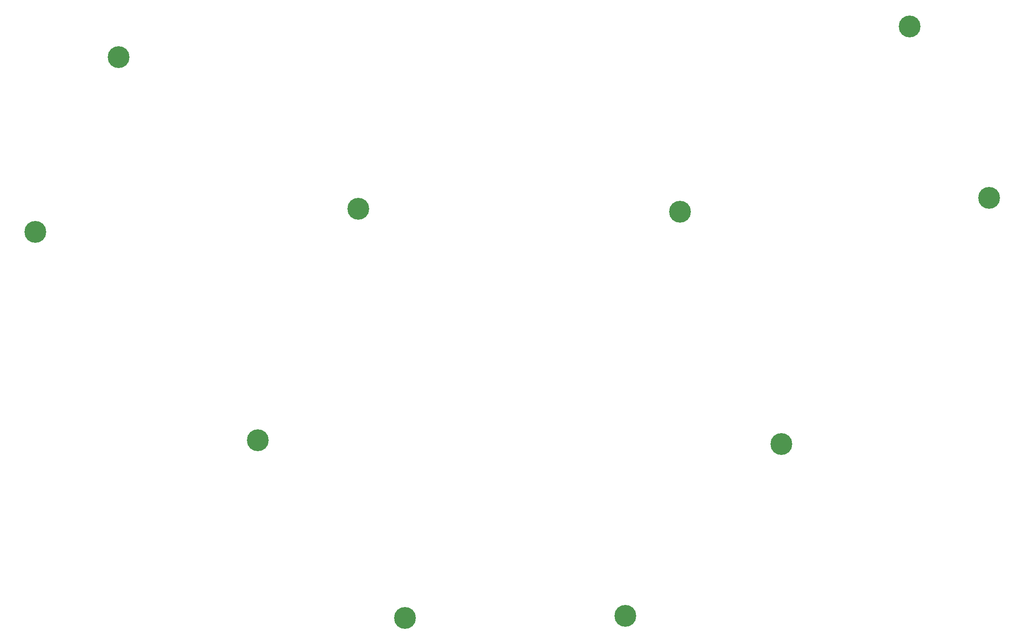
<source format=gbr>
%TF.GenerationSoftware,KiCad,Pcbnew,(5.1.10)-1*%
%TF.CreationDate,2021-08-07T23:39:34-07:00*%
%TF.ProjectId,bottom-plate,626f7474-6f6d-42d7-906c-6174652e6b69,rev?*%
%TF.SameCoordinates,Original*%
%TF.FileFunction,Copper,L1,Top*%
%TF.FilePolarity,Positive*%
%FSLAX46Y46*%
G04 Gerber Fmt 4.6, Leading zero omitted, Abs format (unit mm)*
G04 Created by KiCad (PCBNEW (5.1.10)-1) date 2021-08-07 23:39:34*
%MOMM*%
%LPD*%
G01*
G04 APERTURE LIST*
%TA.AperFunction,ComponentPad*%
%ADD10C,4.400000*%
%TD*%
G04 APERTURE END LIST*
D10*
%TO.P,,1*%
%TO.N,N/C*%
X123052593Y-151858404D03*
%TD*%
%TO.P,,1*%
%TO.N,N/C*%
X178452593Y-70058404D03*
%TD*%
%TO.P,,1*%
%TO.N,N/C*%
X167452593Y-151458404D03*
%TD*%
%TO.P,,1*%
%TO.N,N/C*%
X48652593Y-74058404D03*
%TD*%
%TO.P,,1*%
%TO.N,N/C*%
X65452593Y-38858404D03*
%TD*%
%TO.P,,1*%
%TO.N,N/C*%
X240652593Y-67258404D03*
%TD*%
%TO.P,,1*%
%TO.N,N/C*%
X113652593Y-69458404D03*
%TD*%
%TO.P,,1*%
%TO.N,N/C*%
X198852593Y-116858404D03*
%TD*%
%TO.P,,1*%
%TO.N,N/C*%
X224652593Y-32658404D03*
%TD*%
%TO.P,,1*%
%TO.N,N/C*%
X93452593Y-116058404D03*
%TD*%
M02*

</source>
